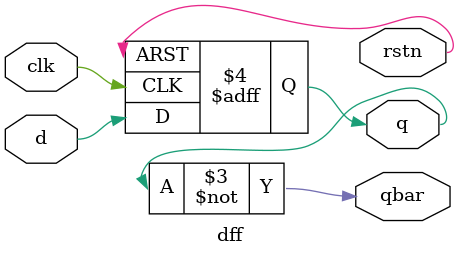
<source format=v>
module dff(input d,
			input clk,
			output rstn,
			output reg q,
			output qbar);

always @(posedge clk or negedge rstn)
	if(!rstn)
		q<=0;
	else 
		q<=d;

assign qbar = ~q;
endmodule
			
</source>
